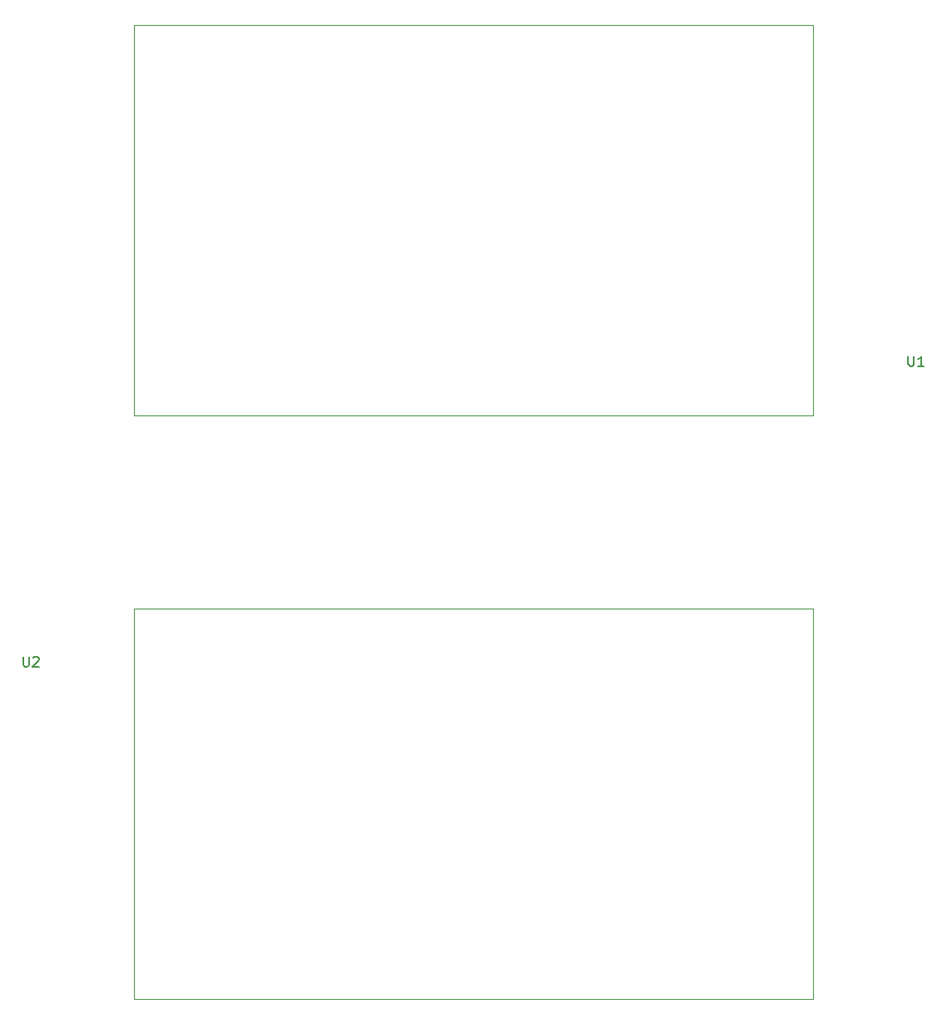
<source format=gto>
%TF.GenerationSoftware,KiCad,Pcbnew,(5.1.9-0-10_14)*%
%TF.CreationDate,2021-09-11T10:47:45-05:00*%
%TF.ProjectId,OwlSat_Official_USB,4f776c53-6174-45f4-9f66-66696369616c,4*%
%TF.SameCoordinates,Original*%
%TF.FileFunction,Legend,Top*%
%TF.FilePolarity,Positive*%
%FSLAX46Y46*%
G04 Gerber Fmt 4.6, Leading zero omitted, Abs format (unit mm)*
G04 Created by KiCad (PCBNEW (5.1.9-0-10_14)) date 2021-09-11 10:47:45*
%MOMM*%
%LPD*%
G01*
G04 APERTURE LIST*
%ADD10C,0.120000*%
%ADD11C,0.150000*%
G04 APERTURE END LIST*
D10*
%TO.C,U1*%
X183230000Y-85010000D02*
X114130000Y-85010000D01*
X114130000Y-85010000D02*
X114130000Y-45310000D01*
X114130000Y-45310000D02*
X183230000Y-45310000D01*
X183230000Y-45310000D02*
X183230000Y-85010000D01*
%TO.C,U2*%
X114130000Y-144400000D02*
X114130000Y-104700000D01*
X183230000Y-144400000D02*
X114130000Y-144400000D01*
X183230000Y-104700000D02*
X183230000Y-144400000D01*
X114130000Y-104700000D02*
X183230000Y-104700000D01*
%TO.C,U1*%
D11*
X192938095Y-79022380D02*
X192938095Y-79831904D01*
X192985714Y-79927142D01*
X193033333Y-79974761D01*
X193128571Y-80022380D01*
X193319047Y-80022380D01*
X193414285Y-79974761D01*
X193461904Y-79927142D01*
X193509523Y-79831904D01*
X193509523Y-79022380D01*
X194509523Y-80022380D02*
X193938095Y-80022380D01*
X194223809Y-80022380D02*
X194223809Y-79022380D01*
X194128571Y-79165238D01*
X194033333Y-79260476D01*
X193938095Y-79308095D01*
%TO.C,U2*%
X102898095Y-109592380D02*
X102898095Y-110401904D01*
X102945714Y-110497142D01*
X102993333Y-110544761D01*
X103088571Y-110592380D01*
X103279047Y-110592380D01*
X103374285Y-110544761D01*
X103421904Y-110497142D01*
X103469523Y-110401904D01*
X103469523Y-109592380D01*
X103898095Y-109687619D02*
X103945714Y-109640000D01*
X104040952Y-109592380D01*
X104279047Y-109592380D01*
X104374285Y-109640000D01*
X104421904Y-109687619D01*
X104469523Y-109782857D01*
X104469523Y-109878095D01*
X104421904Y-110020952D01*
X103850476Y-110592380D01*
X104469523Y-110592380D01*
%TD*%
M02*

</source>
